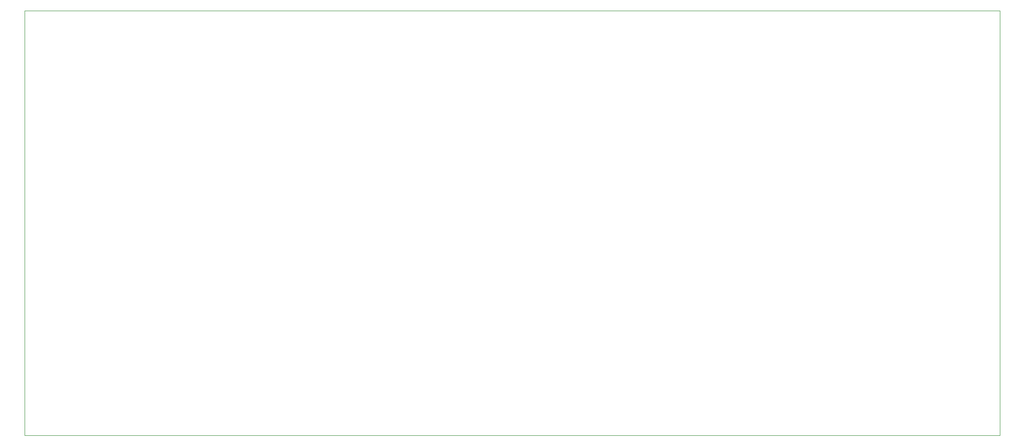
<source format=gbr>
%TF.GenerationSoftware,KiCad,Pcbnew,(5.1.9)-1*%
%TF.CreationDate,2021-03-04T15:37:01+01:00*%
%TF.ProjectId,Motherboard,4d6f7468-6572-4626-9f61-72642e6b6963,rev?*%
%TF.SameCoordinates,Original*%
%TF.FileFunction,Profile,NP*%
%FSLAX46Y46*%
G04 Gerber Fmt 4.6, Leading zero omitted, Abs format (unit mm)*
G04 Created by KiCad (PCBNEW (5.1.9)-1) date 2021-03-04 15:37:01*
%MOMM*%
%LPD*%
G01*
G04 APERTURE LIST*
%TA.AperFunction,Profile*%
%ADD10C,0.050000*%
%TD*%
G04 APERTURE END LIST*
D10*
X251460000Y-123190000D02*
X251460000Y-46990000D01*
X247650000Y-123190000D02*
X251460000Y-123190000D01*
X73660000Y-123190000D02*
X247650000Y-123190000D01*
X73660000Y-45720000D02*
X73660000Y-123190000D01*
X251460000Y-45720000D02*
X73660000Y-45720000D01*
X251460000Y-46990000D02*
X251460000Y-45720000D01*
M02*

</source>
